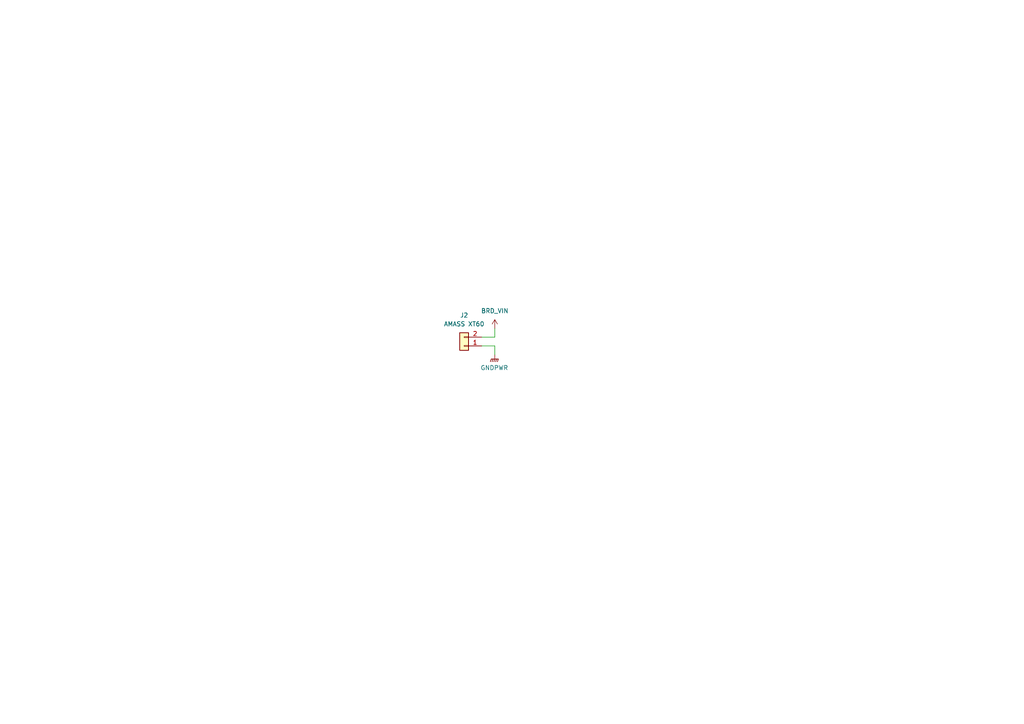
<source format=kicad_sch>
(kicad_sch (version 20250114) (generator "eeschema") (generator_version "9.0")
  (paper "A4")
  (lib_symbols
    (symbol "Connector_Generic:Conn_01x02" (pin_names (offset 1.016) (hide yes))
      (property "Reference" "J" (at 0 2.54 0))
      (property "Value" "Conn_01x02" (at 0 -5.08 0))
      (symbol "Conn_01x02_1_1"
        (rectangle (start -1.27 1.27) (end 1.27 -3.81) (stroke (width 0.254)) (fill (type background)))
        (rectangle (start -1.27 0.127) (end 0 -0.127) (stroke (width 0.1524)))
        (rectangle (start -1.27 -2.413) (end 0 -2.667) (stroke (width 0.1524)))
        (pin passive line (at -5.08 0 0) (length 3.81) (name "Pin_1") (number "1"))
        (pin passive line (at -5.08 -2.54 0) (length 3.81) (name "Pin_2") (number "2"))
      )
    )
    (symbol "power:GNDPWR" (power) (pin_numbers (hide yes)) (pin_names (offset 0) (hide yes))
      (property "Value" "GNDPWR" (at 0 -3.302 0))
      (symbol "GNDPWR_0_1"
        (polyline (pts (xy -1.016 -1.27) (xy -1.27 -2.032) (xy -1.27 -2.032)) (stroke (width 0.2032)))
        (polyline (pts (xy -0.508 -1.27) (xy -0.762 -2.032) (xy -0.762 -2.032)) (stroke (width 0.2032)))
        (polyline (pts (xy 0 -1.27) (xy 0 0)))
        (polyline (pts (xy 0 -1.27) (xy -0.254 -2.032) (xy -0.254 -2.032)) (stroke (width 0.2032)))
        (polyline (pts (xy 0.508 -1.27) (xy 0.254 -2.032) (xy 0.254 -2.032)) (stroke (width 0.2032)))
        (polyline (pts (xy 1.016 -1.27) (xy -1.016 -1.27) (xy -1.016 -1.27)) (stroke (width 0.2032)))
        (polyline (pts (xy 1.016 -1.27) (xy 0.762 -2.032) (xy 0.762 -2.032) (xy 0.762 -2.032)) (stroke (width 0.2032)))
      )
      (symbol "GNDPWR_1_1"
        (pin power_in line (at 0 0 270) (length 0) (name "~") (number "1"))
      )
    )
    (symbol "power:VCC" (power) (pin_numbers (hide yes)) (pin_names (offset 0) (hide yes))
      (property "Value" "VCC" (at 0 3.556 0))
      (symbol "VCC_0_1"
        (polyline (pts (xy -0.762 1.27) (xy 0 2.54)))
        (polyline (pts (xy 0 2.54) (xy 0.762 1.27)))
        (polyline (pts (xy 0 0) (xy 0 2.54)))
      )
      (symbol "VCC_1_1"
        (pin power_in line (at 0 0 90) (length 0) (name "~") (number "1"))
      )
    )
  )
  (wire (pts (xy 143.51 97.79) (xy 139.7 97.79)))
  (wire (pts (xy 139.7 100.33) (xy 143.51 100.33)))
  (wire (pts (xy 143.51 95.25) (xy 143.51 97.79)))
  (wire (pts (xy 143.51 100.33) (xy 143.51 102.87)))
  (symbol (lib_id "Connector_Generic:Conn_01x02") (at 134.62 100.33 180) (unit 1)
    (property "Reference" "J2" (at 134.62 91.44 0))
    (property "Value" "AMASS XT60" (at 134.62 93.98 0))
    (property "Footprint" "XT60:AMASS_XT60PW-M_1x02_P7.20mm_Horizontal" (effects (hide yes)))
    (property "Description" "Generic connector, single row, 01x02, script generated (kicad-library-utils/schlib/autogen/connector/)" (effects (hide yes)))
    (property "LCSC" "C98732" (effects (hide yes)))
  )
  (symbol (lib_id "power:VCC") (at 143.51 95.25 0) (unit 1)
    (property "Reference" "#PWR022" (effects (hide yes)))
    (property "Value" "BRD_VIN" (at 143.51 90.17 0))
    (property "Description" "Power symbol creates a global label with name \"VCC\"" (effects (hide yes)))
  )
  (symbol (lib_id "power:GNDPWR") (at 143.51 102.87 0) (unit 1)
    (property "Reference" "#PWR024" (effects (hide yes)))
    (property "Value" "GNDPWR" (at 143.383 106.68 0))
    (property "Description" "Power symbol creates a global label with name \"GNDPWR\" , global ground" (effects (hide yes)))
  )
)
</source>
